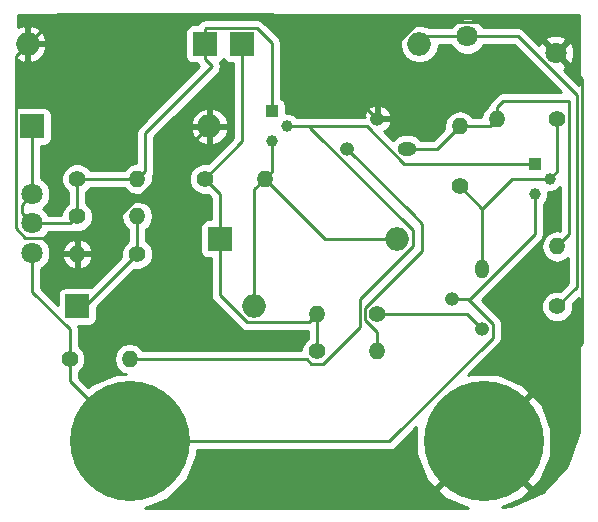
<source format=gbr>
G04 #@! TF.FileFunction,Copper,L1,Top,Signal*
%FSLAX46Y46*%
G04 Gerber Fmt 4.6, Leading zero omitted, Abs format (unit mm)*
G04 Created by KiCad (PCBNEW 4.0.5) date 06/07/17 16:03:37*
%MOMM*%
%LPD*%
G01*
G04 APERTURE LIST*
%ADD10C,0.100000*%
%ADD11C,1.800000*%
%ADD12R,2.000000X2.000000*%
%ADD13O,2.000000X2.000000*%
%ADD14C,10.160000*%
%ADD15C,1.000000*%
%ADD16R,1.000000X1.000000*%
%ADD17O,1.200000X1.600000*%
%ADD18O,1.200000X1.200000*%
%ADD19O,1.600000X1.200000*%
%ADD20C,1.400000*%
%ADD21O,1.400000X1.400000*%
%ADD22C,0.250000*%
%ADD23C,0.254000*%
G04 APERTURE END LIST*
D10*
D11*
X81280000Y-98345000D03*
X81280000Y-95845000D03*
X81280000Y-93345000D03*
D12*
X81280000Y-87630000D03*
D13*
X96280000Y-87630000D03*
D12*
X95885000Y-80645000D03*
D13*
X80885000Y-80645000D03*
D12*
X85090000Y-102870000D03*
D13*
X100090000Y-102870000D03*
D12*
X97155000Y-97155000D03*
D13*
X112155000Y-97155000D03*
D12*
X99060000Y-80645000D03*
D13*
X114060000Y-80645000D03*
D11*
X118110000Y-80010000D03*
X125610000Y-81410000D03*
D14*
X89535000Y-114300000D03*
X119505000Y-114300000D03*
D15*
X102870000Y-87630000D03*
X101600000Y-88900000D03*
D16*
X101600000Y-86360000D03*
D15*
X125095000Y-92075000D03*
X123825000Y-93345000D03*
D16*
X123825000Y-90805000D03*
D17*
X119380000Y-99695000D03*
D18*
X116840000Y-102235000D03*
X119380000Y-104775000D03*
D19*
X113030000Y-89535000D03*
D18*
X110490000Y-86995000D03*
X107950000Y-89535000D03*
D20*
X85090000Y-92075000D03*
D21*
X90170000Y-92075000D03*
D20*
X85090000Y-95250000D03*
D21*
X90170000Y-95250000D03*
D20*
X90170000Y-98425000D03*
D21*
X85090000Y-98425000D03*
D20*
X84455000Y-107315000D03*
D21*
X89535000Y-107315000D03*
D20*
X125730000Y-86995000D03*
D21*
X120650000Y-86995000D03*
D20*
X95885000Y-92075000D03*
D21*
X100965000Y-92075000D03*
D20*
X110490000Y-103505000D03*
D21*
X105410000Y-103505000D03*
D20*
X105410000Y-106680000D03*
D21*
X110490000Y-106680000D03*
D20*
X125730000Y-102870000D03*
D21*
X125730000Y-97790000D03*
D20*
X117475000Y-92710000D03*
D21*
X117475000Y-87630000D03*
D22*
X116840000Y-102235000D02*
X118209002Y-102235000D01*
X118209002Y-102235000D02*
X120305001Y-104330999D01*
X120305001Y-104330999D02*
X120305001Y-105500597D01*
X120305001Y-105500597D02*
X111505598Y-114300000D01*
X84455000Y-107315000D02*
X84455000Y-104820002D01*
X84455000Y-104820002D02*
X81280000Y-101645002D01*
X81280000Y-101645002D02*
X81280000Y-99617792D01*
X81280000Y-99617792D02*
X81280000Y-98345000D01*
X89535000Y-114300000D02*
X84455000Y-109220000D01*
X84455000Y-109220000D02*
X84455000Y-107315000D01*
X89535000Y-114300000D02*
X111505598Y-114300000D01*
X116840000Y-102235000D02*
X118348161Y-102235000D01*
X118348161Y-102235000D02*
X123825000Y-96758161D01*
X123825000Y-96758161D02*
X123825000Y-94052106D01*
X123825000Y-94052106D02*
X123825000Y-93345000D01*
X101600000Y-86360000D02*
X101600000Y-80599998D01*
X101600000Y-80599998D02*
X100320001Y-79319999D01*
X100320001Y-79319999D02*
X95960001Y-79319999D01*
X95960001Y-79319999D02*
X95885000Y-79395000D01*
X95885000Y-79395000D02*
X95885000Y-80645000D01*
X85090000Y-92075000D02*
X90170000Y-92075000D01*
X85090000Y-92075000D02*
X85090000Y-95250000D01*
X81280000Y-93345000D02*
X81280000Y-87630000D01*
X81280000Y-95845000D02*
X80380001Y-94945001D01*
X80380001Y-94945001D02*
X80380001Y-94244999D01*
X80380001Y-94244999D02*
X81280000Y-93345000D01*
X81280000Y-95845000D02*
X84495000Y-95845000D01*
X84495000Y-95845000D02*
X85090000Y-95250000D01*
X96520000Y-82530000D02*
X95885000Y-81895000D01*
X90170000Y-92075000D02*
X90869999Y-91375001D01*
X90869999Y-91375001D02*
X90869999Y-88180001D01*
X90869999Y-88180001D02*
X96520000Y-82530000D01*
X95885000Y-81895000D02*
X95885000Y-80645000D01*
X125610000Y-81410000D02*
X127840011Y-83640011D01*
X127840011Y-83640011D02*
X127840011Y-105964989D01*
X127840011Y-105964989D02*
X124584999Y-109220001D01*
X124584999Y-109220001D02*
X119505000Y-114300000D01*
X119505000Y-114300000D02*
X119505000Y-114175000D01*
X96280000Y-87630000D02*
X86839999Y-97070001D01*
X86839999Y-97070001D02*
X84724950Y-97070001D01*
X85090000Y-98425000D02*
X85090000Y-97435051D01*
X84724950Y-97070001D02*
X80691999Y-97070001D01*
X85090000Y-97435051D02*
X84724950Y-97070001D01*
X80691999Y-97070001D02*
X79885001Y-96263003D01*
X79885001Y-96263003D02*
X79885001Y-81644999D01*
X79885001Y-81644999D02*
X80885000Y-80645000D01*
X101600000Y-78105000D02*
X83425000Y-78105000D01*
X83425000Y-78105000D02*
X80885000Y-80645000D01*
X110490000Y-86995000D02*
X101600000Y-78105000D01*
X125610000Y-81410000D02*
X122984999Y-78784999D01*
X113958999Y-78784999D02*
X110490000Y-82253998D01*
X122984999Y-78784999D02*
X113958999Y-78784999D01*
X110490000Y-82253998D02*
X110490000Y-86146472D01*
X110490000Y-86146472D02*
X110490000Y-86995000D01*
X90170000Y-98425000D02*
X85725000Y-102870000D01*
X85725000Y-102870000D02*
X85090000Y-102870000D01*
X90170000Y-95250000D02*
X90170000Y-98425000D01*
X101600000Y-88900000D02*
X101600000Y-91440000D01*
X101600000Y-91440000D02*
X100965000Y-92075000D01*
X112155000Y-97155000D02*
X106045000Y-97155000D01*
X106045000Y-97155000D02*
X100965000Y-92075000D01*
X100090000Y-102870000D02*
X100090000Y-92950000D01*
X100090000Y-92950000D02*
X100965000Y-92075000D01*
X95885000Y-92075000D02*
X99060000Y-88900000D01*
X99060000Y-88900000D02*
X99060000Y-80645000D01*
X97155000Y-97155000D02*
X97155000Y-93345000D01*
X97155000Y-93345000D02*
X95885000Y-92075000D01*
X105410000Y-103505000D02*
X104710001Y-104204999D01*
X104710001Y-104204999D02*
X99463997Y-104204999D01*
X99463997Y-104204999D02*
X97155000Y-101896002D01*
X97155000Y-101896002D02*
X97155000Y-97155000D01*
X105410000Y-106680000D02*
X105410000Y-103505000D01*
X125730000Y-102870000D02*
X127390001Y-101209999D01*
X127390001Y-101209999D02*
X127390001Y-85003003D01*
X127390001Y-85003003D02*
X122396998Y-80010000D01*
X122396998Y-80010000D02*
X118110000Y-80010000D01*
X118110000Y-80010000D02*
X114695000Y-80010000D01*
X114695000Y-80010000D02*
X114060000Y-80645000D01*
X104775000Y-87630000D02*
X102870000Y-87630000D01*
X109616839Y-87630000D02*
X104775000Y-87630000D01*
X113480001Y-97791001D02*
X113480001Y-96434003D01*
X89535000Y-107315000D02*
X104527998Y-107315000D01*
X104527998Y-107315000D02*
X104917999Y-107705001D01*
X104917999Y-107705001D02*
X105902001Y-107705001D01*
X105902001Y-107705001D02*
X109014989Y-104592013D01*
X109014989Y-102256013D02*
X113480001Y-97791001D01*
X109014989Y-104592013D02*
X109014989Y-102256013D01*
X113480001Y-96434003D02*
X104775000Y-87729002D01*
X104775000Y-87729002D02*
X104775000Y-87630000D01*
X123825000Y-90805000D02*
X112791839Y-90805000D01*
X112791839Y-90805000D02*
X109616839Y-87630000D01*
X125095000Y-92075000D02*
X121920000Y-92075000D01*
X121920000Y-92075000D02*
X119380000Y-94615000D01*
X119380000Y-99695000D02*
X119380000Y-94615000D01*
X119380000Y-94615000D02*
X117475000Y-92710000D01*
X125730000Y-86995000D02*
X125730000Y-91440000D01*
X125730000Y-91440000D02*
X125095000Y-92075000D01*
X110490000Y-103505000D02*
X118110000Y-103505000D01*
X118110000Y-103505000D02*
X119380000Y-104775000D01*
X120650000Y-86995000D02*
X120650000Y-86005051D01*
X120650000Y-86005051D02*
X121175050Y-85480001D01*
X121175050Y-85480001D02*
X126755001Y-85480001D01*
X117475000Y-87630000D02*
X120015000Y-87630000D01*
X120015000Y-87630000D02*
X120650000Y-86995000D01*
X125730000Y-97790000D02*
X126755001Y-96764999D01*
X126755001Y-96764999D02*
X126755001Y-85480001D01*
X113030000Y-89535000D02*
X115570000Y-89535000D01*
X115570000Y-89535000D02*
X117475000Y-87630000D01*
X110490000Y-106680000D02*
X110490000Y-105022002D01*
X110490000Y-105022002D02*
X109464999Y-103997001D01*
X109464999Y-103997001D02*
X109464999Y-103012999D01*
X109464999Y-103012999D02*
X114300000Y-98177998D01*
X114300000Y-98177998D02*
X114300000Y-95885000D01*
X114300000Y-95885000D02*
X113480001Y-95065001D01*
X113480001Y-95065001D02*
X107950000Y-89535000D01*
D23*
G36*
X125995001Y-96450197D02*
X125968843Y-96476355D01*
X125730000Y-96428846D01*
X125219118Y-96530467D01*
X124786012Y-96819858D01*
X124496621Y-97252964D01*
X124395000Y-97763846D01*
X124395000Y-97816154D01*
X124496621Y-98327036D01*
X124786012Y-98760142D01*
X125219118Y-99049533D01*
X125730000Y-99151154D01*
X126240882Y-99049533D01*
X126630001Y-98789533D01*
X126630001Y-100895197D01*
X125989972Y-101535226D01*
X125465617Y-101534769D01*
X124974771Y-101737582D01*
X124598902Y-102112796D01*
X124395232Y-102603287D01*
X124394769Y-103134383D01*
X124597582Y-103625229D01*
X124972796Y-104001098D01*
X125463287Y-104204768D01*
X125994383Y-104205231D01*
X126485229Y-104002418D01*
X126861098Y-103627204D01*
X127064768Y-103136713D01*
X127065228Y-102609574D01*
X127560000Y-102114802D01*
X127560000Y-113539833D01*
X126536714Y-116351876D01*
X124526048Y-118546427D01*
X121828615Y-119804481D01*
X121036493Y-119839119D01*
X122657142Y-119200765D01*
X122826444Y-119087641D01*
X123422223Y-118396828D01*
X119505000Y-114479605D01*
X115587777Y-118396828D01*
X116183556Y-119087641D01*
X118143743Y-119940000D01*
X90850704Y-119940000D01*
X92768058Y-119147766D01*
X94377116Y-117541514D01*
X95249005Y-115441771D01*
X95249338Y-115060000D01*
X111505598Y-115060000D01*
X111796437Y-115002148D01*
X112042999Y-114837401D01*
X113810626Y-113069774D01*
X113771011Y-115336758D01*
X114604235Y-117452142D01*
X114717359Y-117621444D01*
X115408172Y-118217223D01*
X119325395Y-114300000D01*
X119684605Y-114300000D01*
X123601828Y-118217223D01*
X124292641Y-117621444D01*
X125199265Y-115536463D01*
X125238989Y-113263242D01*
X124405765Y-111147858D01*
X124292641Y-110978556D01*
X123601828Y-110382777D01*
X119684605Y-114300000D01*
X119325395Y-114300000D01*
X119311253Y-114285858D01*
X119490858Y-114106253D01*
X119505000Y-114120395D01*
X123422223Y-110203172D01*
X122826444Y-109512359D01*
X120741463Y-108605735D01*
X118468242Y-108566011D01*
X118214406Y-108665994D01*
X120842402Y-106037998D01*
X121007149Y-105791436D01*
X121065001Y-105500597D01*
X121065001Y-104330999D01*
X121023406Y-104121890D01*
X121007149Y-104040159D01*
X120842402Y-103793598D01*
X119353384Y-102304580D01*
X124362401Y-97295562D01*
X124527148Y-97049000D01*
X124585000Y-96758161D01*
X124585000Y-94190059D01*
X124786645Y-93988765D01*
X124959803Y-93571756D01*
X124960119Y-93209883D01*
X125319775Y-93210197D01*
X125737086Y-93037767D01*
X125995001Y-92780302D01*
X125995001Y-96450197D01*
X125995001Y-96450197D01*
G37*
X125995001Y-96450197D02*
X125968843Y-96476355D01*
X125730000Y-96428846D01*
X125219118Y-96530467D01*
X124786012Y-96819858D01*
X124496621Y-97252964D01*
X124395000Y-97763846D01*
X124395000Y-97816154D01*
X124496621Y-98327036D01*
X124786012Y-98760142D01*
X125219118Y-99049533D01*
X125730000Y-99151154D01*
X126240882Y-99049533D01*
X126630001Y-98789533D01*
X126630001Y-100895197D01*
X125989972Y-101535226D01*
X125465617Y-101534769D01*
X124974771Y-101737582D01*
X124598902Y-102112796D01*
X124395232Y-102603287D01*
X124394769Y-103134383D01*
X124597582Y-103625229D01*
X124972796Y-104001098D01*
X125463287Y-104204768D01*
X125994383Y-104205231D01*
X126485229Y-104002418D01*
X126861098Y-103627204D01*
X127064768Y-103136713D01*
X127065228Y-102609574D01*
X127560000Y-102114802D01*
X127560000Y-113539833D01*
X126536714Y-116351876D01*
X124526048Y-118546427D01*
X121828615Y-119804481D01*
X121036493Y-119839119D01*
X122657142Y-119200765D01*
X122826444Y-119087641D01*
X123422223Y-118396828D01*
X119505000Y-114479605D01*
X115587777Y-118396828D01*
X116183556Y-119087641D01*
X118143743Y-119940000D01*
X90850704Y-119940000D01*
X92768058Y-119147766D01*
X94377116Y-117541514D01*
X95249005Y-115441771D01*
X95249338Y-115060000D01*
X111505598Y-115060000D01*
X111796437Y-115002148D01*
X112042999Y-114837401D01*
X113810626Y-113069774D01*
X113771011Y-115336758D01*
X114604235Y-117452142D01*
X114717359Y-117621444D01*
X115408172Y-118217223D01*
X119325395Y-114300000D01*
X119684605Y-114300000D01*
X123601828Y-118217223D01*
X124292641Y-117621444D01*
X125199265Y-115536463D01*
X125238989Y-113263242D01*
X124405765Y-111147858D01*
X124292641Y-110978556D01*
X123601828Y-110382777D01*
X119684605Y-114300000D01*
X119325395Y-114300000D01*
X119311253Y-114285858D01*
X119490858Y-114106253D01*
X119505000Y-114120395D01*
X123422223Y-110203172D01*
X122826444Y-109512359D01*
X120741463Y-108605735D01*
X118468242Y-108566011D01*
X118214406Y-108665994D01*
X120842402Y-106037998D01*
X121007149Y-105791436D01*
X121065001Y-105500597D01*
X121065001Y-104330999D01*
X121023406Y-104121890D01*
X121007149Y-104040159D01*
X120842402Y-103793598D01*
X119353384Y-102304580D01*
X124362401Y-97295562D01*
X124527148Y-97049000D01*
X124585000Y-96758161D01*
X124585000Y-94190059D01*
X124786645Y-93988765D01*
X124959803Y-93571756D01*
X124960119Y-93209883D01*
X125319775Y-93210197D01*
X125737086Y-93037767D01*
X125995001Y-92780302D01*
X125995001Y-96450197D01*
G36*
X97595910Y-82096441D02*
X97808110Y-82241431D01*
X98060000Y-82292440D01*
X98300000Y-82292440D01*
X98300000Y-88585198D01*
X96144972Y-90740226D01*
X95620617Y-90739769D01*
X95129771Y-90942582D01*
X94753902Y-91317796D01*
X94550232Y-91808287D01*
X94549769Y-92339383D01*
X94752582Y-92830229D01*
X95127796Y-93206098D01*
X95618287Y-93409768D01*
X96145426Y-93410228D01*
X96395000Y-93659802D01*
X96395000Y-95507560D01*
X96155000Y-95507560D01*
X95919683Y-95551838D01*
X95703559Y-95690910D01*
X95558569Y-95903110D01*
X95507560Y-96155000D01*
X95507560Y-98155000D01*
X95551838Y-98390317D01*
X95690910Y-98606441D01*
X95903110Y-98751431D01*
X96155000Y-98802440D01*
X96395000Y-98802440D01*
X96395000Y-101896002D01*
X96452852Y-102186841D01*
X96617599Y-102433403D01*
X98926596Y-104742400D01*
X99173158Y-104907147D01*
X99463997Y-104964999D01*
X104650000Y-104964999D01*
X104650000Y-105552345D01*
X104278902Y-105922796D01*
X104075232Y-106413287D01*
X104075108Y-106555000D01*
X90628078Y-106555000D01*
X90505142Y-106371012D01*
X90072036Y-106081621D01*
X89561154Y-105980000D01*
X89508846Y-105980000D01*
X88997964Y-106081621D01*
X88564858Y-106371012D01*
X88275467Y-106804118D01*
X88173846Y-107315000D01*
X88275467Y-107825882D01*
X88564858Y-108258988D01*
X88997964Y-108548379D01*
X89180508Y-108584689D01*
X88403204Y-108584011D01*
X86301942Y-109452234D01*
X86031753Y-109721951D01*
X85215000Y-108905198D01*
X85215000Y-108442655D01*
X85586098Y-108072204D01*
X85789768Y-107581713D01*
X85790231Y-107050617D01*
X85587418Y-106559771D01*
X85215000Y-106186703D01*
X85215000Y-104820002D01*
X85157148Y-104529163D01*
X85149315Y-104517440D01*
X86090000Y-104517440D01*
X86325317Y-104473162D01*
X86541441Y-104334090D01*
X86686431Y-104121890D01*
X86737440Y-103870000D01*
X86737440Y-102932362D01*
X89910028Y-99759774D01*
X90434383Y-99760231D01*
X90925229Y-99557418D01*
X91301098Y-99182204D01*
X91504768Y-98691713D01*
X91505231Y-98160617D01*
X91302418Y-97669771D01*
X90930000Y-97296703D01*
X90930000Y-96334400D01*
X91140142Y-96193988D01*
X91429533Y-95760882D01*
X91531154Y-95250000D01*
X91429533Y-94739118D01*
X91140142Y-94306012D01*
X90707036Y-94016621D01*
X90196154Y-93915000D01*
X90143846Y-93915000D01*
X89632964Y-94016621D01*
X89199858Y-94306012D01*
X88910467Y-94739118D01*
X88808846Y-95250000D01*
X88910467Y-95760882D01*
X89199858Y-96193988D01*
X89410000Y-96334400D01*
X89410000Y-97297345D01*
X89038902Y-97667796D01*
X88835232Y-98158287D01*
X88834772Y-98685426D01*
X86262671Y-101257527D01*
X86090000Y-101222560D01*
X84090000Y-101222560D01*
X83854683Y-101266838D01*
X83638559Y-101405910D01*
X83493569Y-101618110D01*
X83442560Y-101870000D01*
X83442560Y-102732760D01*
X82040000Y-101330200D01*
X82040000Y-99691846D01*
X82148371Y-99647068D01*
X82580551Y-99215643D01*
X82770444Y-98758329D01*
X83797284Y-98758329D01*
X83940203Y-99103396D01*
X84287337Y-99491764D01*
X84756669Y-99717727D01*
X84963000Y-99595206D01*
X84963000Y-98552000D01*
X85217000Y-98552000D01*
X85217000Y-99595206D01*
X85423331Y-99717727D01*
X85892663Y-99491764D01*
X86239797Y-99103396D01*
X86382716Y-98758329D01*
X86259374Y-98552000D01*
X85217000Y-98552000D01*
X84963000Y-98552000D01*
X83920626Y-98552000D01*
X83797284Y-98758329D01*
X82770444Y-98758329D01*
X82814733Y-98651670D01*
X82815220Y-98091671D01*
X83797284Y-98091671D01*
X83920626Y-98298000D01*
X84963000Y-98298000D01*
X84963000Y-97254794D01*
X85217000Y-97254794D01*
X85217000Y-98298000D01*
X86259374Y-98298000D01*
X86382716Y-98091671D01*
X86239797Y-97746604D01*
X85892663Y-97358236D01*
X85423331Y-97132273D01*
X85217000Y-97254794D01*
X84963000Y-97254794D01*
X84756669Y-97132273D01*
X84287337Y-97358236D01*
X83940203Y-97746604D01*
X83797284Y-98091671D01*
X82815220Y-98091671D01*
X82815265Y-98041009D01*
X82582068Y-97476629D01*
X82200818Y-97094712D01*
X82580551Y-96715643D01*
X82626494Y-96605000D01*
X84495000Y-96605000D01*
X84749903Y-96554296D01*
X84823287Y-96584768D01*
X85354383Y-96585231D01*
X85845229Y-96382418D01*
X86221098Y-96007204D01*
X86424768Y-95516713D01*
X86425231Y-94985617D01*
X86222418Y-94494771D01*
X85850000Y-94121703D01*
X85850000Y-93202655D01*
X86218297Y-92835000D01*
X89076922Y-92835000D01*
X89199858Y-93018988D01*
X89632964Y-93308379D01*
X90143846Y-93410000D01*
X90196154Y-93410000D01*
X90707036Y-93308379D01*
X91140142Y-93018988D01*
X91429533Y-92585882D01*
X91531154Y-92075000D01*
X91477841Y-91806979D01*
X91572147Y-91665840D01*
X91629999Y-91375001D01*
X91629999Y-88494803D01*
X92114368Y-88010434D01*
X94689876Y-88010434D01*
X94886598Y-88485385D01*
X95320006Y-88953505D01*
X95899565Y-89220133D01*
X96153000Y-89101319D01*
X96153000Y-87757000D01*
X96407000Y-87757000D01*
X96407000Y-89101319D01*
X96660435Y-89220133D01*
X97239994Y-88953505D01*
X97673402Y-88485385D01*
X97870124Y-88010434D01*
X97750777Y-87757000D01*
X96407000Y-87757000D01*
X96153000Y-87757000D01*
X94809223Y-87757000D01*
X94689876Y-88010434D01*
X92114368Y-88010434D01*
X92875236Y-87249566D01*
X94689876Y-87249566D01*
X94809223Y-87503000D01*
X96153000Y-87503000D01*
X96153000Y-86158681D01*
X96407000Y-86158681D01*
X96407000Y-87503000D01*
X97750777Y-87503000D01*
X97870124Y-87249566D01*
X97673402Y-86774615D01*
X97239994Y-86306495D01*
X96660435Y-86039867D01*
X96407000Y-86158681D01*
X96153000Y-86158681D01*
X95899565Y-86039867D01*
X95320006Y-86306495D01*
X94886598Y-86774615D01*
X94689876Y-87249566D01*
X92875236Y-87249566D01*
X97057401Y-83067401D01*
X97148649Y-82930839D01*
X97222148Y-82820840D01*
X97280000Y-82530000D01*
X97222148Y-82239161D01*
X97195735Y-82199632D01*
X97336441Y-82109090D01*
X97474258Y-81907388D01*
X97595910Y-82096441D01*
X97595910Y-82096441D01*
G37*
X97595910Y-82096441D02*
X97808110Y-82241431D01*
X98060000Y-82292440D01*
X98300000Y-82292440D01*
X98300000Y-88585198D01*
X96144972Y-90740226D01*
X95620617Y-90739769D01*
X95129771Y-90942582D01*
X94753902Y-91317796D01*
X94550232Y-91808287D01*
X94549769Y-92339383D01*
X94752582Y-92830229D01*
X95127796Y-93206098D01*
X95618287Y-93409768D01*
X96145426Y-93410228D01*
X96395000Y-93659802D01*
X96395000Y-95507560D01*
X96155000Y-95507560D01*
X95919683Y-95551838D01*
X95703559Y-95690910D01*
X95558569Y-95903110D01*
X95507560Y-96155000D01*
X95507560Y-98155000D01*
X95551838Y-98390317D01*
X95690910Y-98606441D01*
X95903110Y-98751431D01*
X96155000Y-98802440D01*
X96395000Y-98802440D01*
X96395000Y-101896002D01*
X96452852Y-102186841D01*
X96617599Y-102433403D01*
X98926596Y-104742400D01*
X99173158Y-104907147D01*
X99463997Y-104964999D01*
X104650000Y-104964999D01*
X104650000Y-105552345D01*
X104278902Y-105922796D01*
X104075232Y-106413287D01*
X104075108Y-106555000D01*
X90628078Y-106555000D01*
X90505142Y-106371012D01*
X90072036Y-106081621D01*
X89561154Y-105980000D01*
X89508846Y-105980000D01*
X88997964Y-106081621D01*
X88564858Y-106371012D01*
X88275467Y-106804118D01*
X88173846Y-107315000D01*
X88275467Y-107825882D01*
X88564858Y-108258988D01*
X88997964Y-108548379D01*
X89180508Y-108584689D01*
X88403204Y-108584011D01*
X86301942Y-109452234D01*
X86031753Y-109721951D01*
X85215000Y-108905198D01*
X85215000Y-108442655D01*
X85586098Y-108072204D01*
X85789768Y-107581713D01*
X85790231Y-107050617D01*
X85587418Y-106559771D01*
X85215000Y-106186703D01*
X85215000Y-104820002D01*
X85157148Y-104529163D01*
X85149315Y-104517440D01*
X86090000Y-104517440D01*
X86325317Y-104473162D01*
X86541441Y-104334090D01*
X86686431Y-104121890D01*
X86737440Y-103870000D01*
X86737440Y-102932362D01*
X89910028Y-99759774D01*
X90434383Y-99760231D01*
X90925229Y-99557418D01*
X91301098Y-99182204D01*
X91504768Y-98691713D01*
X91505231Y-98160617D01*
X91302418Y-97669771D01*
X90930000Y-97296703D01*
X90930000Y-96334400D01*
X91140142Y-96193988D01*
X91429533Y-95760882D01*
X91531154Y-95250000D01*
X91429533Y-94739118D01*
X91140142Y-94306012D01*
X90707036Y-94016621D01*
X90196154Y-93915000D01*
X90143846Y-93915000D01*
X89632964Y-94016621D01*
X89199858Y-94306012D01*
X88910467Y-94739118D01*
X88808846Y-95250000D01*
X88910467Y-95760882D01*
X89199858Y-96193988D01*
X89410000Y-96334400D01*
X89410000Y-97297345D01*
X89038902Y-97667796D01*
X88835232Y-98158287D01*
X88834772Y-98685426D01*
X86262671Y-101257527D01*
X86090000Y-101222560D01*
X84090000Y-101222560D01*
X83854683Y-101266838D01*
X83638559Y-101405910D01*
X83493569Y-101618110D01*
X83442560Y-101870000D01*
X83442560Y-102732760D01*
X82040000Y-101330200D01*
X82040000Y-99691846D01*
X82148371Y-99647068D01*
X82580551Y-99215643D01*
X82770444Y-98758329D01*
X83797284Y-98758329D01*
X83940203Y-99103396D01*
X84287337Y-99491764D01*
X84756669Y-99717727D01*
X84963000Y-99595206D01*
X84963000Y-98552000D01*
X85217000Y-98552000D01*
X85217000Y-99595206D01*
X85423331Y-99717727D01*
X85892663Y-99491764D01*
X86239797Y-99103396D01*
X86382716Y-98758329D01*
X86259374Y-98552000D01*
X85217000Y-98552000D01*
X84963000Y-98552000D01*
X83920626Y-98552000D01*
X83797284Y-98758329D01*
X82770444Y-98758329D01*
X82814733Y-98651670D01*
X82815220Y-98091671D01*
X83797284Y-98091671D01*
X83920626Y-98298000D01*
X84963000Y-98298000D01*
X84963000Y-97254794D01*
X85217000Y-97254794D01*
X85217000Y-98298000D01*
X86259374Y-98298000D01*
X86382716Y-98091671D01*
X86239797Y-97746604D01*
X85892663Y-97358236D01*
X85423331Y-97132273D01*
X85217000Y-97254794D01*
X84963000Y-97254794D01*
X84756669Y-97132273D01*
X84287337Y-97358236D01*
X83940203Y-97746604D01*
X83797284Y-98091671D01*
X82815220Y-98091671D01*
X82815265Y-98041009D01*
X82582068Y-97476629D01*
X82200818Y-97094712D01*
X82580551Y-96715643D01*
X82626494Y-96605000D01*
X84495000Y-96605000D01*
X84749903Y-96554296D01*
X84823287Y-96584768D01*
X85354383Y-96585231D01*
X85845229Y-96382418D01*
X86221098Y-96007204D01*
X86424768Y-95516713D01*
X86425231Y-94985617D01*
X86222418Y-94494771D01*
X85850000Y-94121703D01*
X85850000Y-93202655D01*
X86218297Y-92835000D01*
X89076922Y-92835000D01*
X89199858Y-93018988D01*
X89632964Y-93308379D01*
X90143846Y-93410000D01*
X90196154Y-93410000D01*
X90707036Y-93308379D01*
X91140142Y-93018988D01*
X91429533Y-92585882D01*
X91531154Y-92075000D01*
X91477841Y-91806979D01*
X91572147Y-91665840D01*
X91629999Y-91375001D01*
X91629999Y-88494803D01*
X92114368Y-88010434D01*
X94689876Y-88010434D01*
X94886598Y-88485385D01*
X95320006Y-88953505D01*
X95899565Y-89220133D01*
X96153000Y-89101319D01*
X96153000Y-87757000D01*
X96407000Y-87757000D01*
X96407000Y-89101319D01*
X96660435Y-89220133D01*
X97239994Y-88953505D01*
X97673402Y-88485385D01*
X97870124Y-88010434D01*
X97750777Y-87757000D01*
X96407000Y-87757000D01*
X96153000Y-87757000D01*
X94809223Y-87757000D01*
X94689876Y-88010434D01*
X92114368Y-88010434D01*
X92875236Y-87249566D01*
X94689876Y-87249566D01*
X94809223Y-87503000D01*
X96153000Y-87503000D01*
X96153000Y-86158681D01*
X96407000Y-86158681D01*
X96407000Y-87503000D01*
X97750777Y-87503000D01*
X97870124Y-87249566D01*
X97673402Y-86774615D01*
X97239994Y-86306495D01*
X96660435Y-86039867D01*
X96407000Y-86158681D01*
X96153000Y-86158681D01*
X95899565Y-86039867D01*
X95320006Y-86306495D01*
X94886598Y-86774615D01*
X94689876Y-87249566D01*
X92875236Y-87249566D01*
X97057401Y-83067401D01*
X97148649Y-82930839D01*
X97222148Y-82820840D01*
X97280000Y-82530000D01*
X97222148Y-82239161D01*
X97195735Y-82199632D01*
X97336441Y-82109090D01*
X97474258Y-81907388D01*
X97595910Y-82096441D01*
G36*
X127560000Y-84098200D02*
X126271622Y-82809822D01*
X126424148Y-82746643D01*
X126510554Y-82490159D01*
X125610000Y-81589605D01*
X125595858Y-81603748D01*
X125416253Y-81424143D01*
X125430395Y-81410000D01*
X125789605Y-81410000D01*
X126690159Y-82310554D01*
X126946643Y-82224148D01*
X127156458Y-81650664D01*
X127130839Y-81040540D01*
X126946643Y-80595852D01*
X126690159Y-80509446D01*
X125789605Y-81410000D01*
X125430395Y-81410000D01*
X124529841Y-80509446D01*
X124273357Y-80595852D01*
X124215578Y-80753778D01*
X123791641Y-80329841D01*
X124709446Y-80329841D01*
X125610000Y-81230395D01*
X126510554Y-80329841D01*
X126424148Y-80073357D01*
X125850664Y-79863542D01*
X125240540Y-79889161D01*
X124795852Y-80073357D01*
X124709446Y-80329841D01*
X123791641Y-80329841D01*
X122934399Y-79472599D01*
X122687837Y-79307852D01*
X122396998Y-79250000D01*
X119456846Y-79250000D01*
X119412068Y-79141629D01*
X118980643Y-78709449D01*
X118416670Y-78475267D01*
X117806009Y-78474735D01*
X117241629Y-78707932D01*
X116809449Y-79139357D01*
X116763506Y-79250000D01*
X114890642Y-79250000D01*
X114717719Y-79134457D01*
X114092032Y-79010000D01*
X114027968Y-79010000D01*
X113402281Y-79134457D01*
X112871848Y-79488880D01*
X112517425Y-80019313D01*
X112392968Y-80645000D01*
X112517425Y-81270687D01*
X112871848Y-81801120D01*
X113402281Y-82155543D01*
X114027968Y-82280000D01*
X114092032Y-82280000D01*
X114717719Y-82155543D01*
X115248152Y-81801120D01*
X115602575Y-81270687D01*
X115702168Y-80770000D01*
X116763154Y-80770000D01*
X116807932Y-80878371D01*
X117239357Y-81310551D01*
X117803330Y-81544733D01*
X118413991Y-81545265D01*
X118978371Y-81312068D01*
X119410551Y-80880643D01*
X119456494Y-80770000D01*
X122082196Y-80770000D01*
X126032197Y-84720001D01*
X121175050Y-84720001D01*
X120884211Y-84777853D01*
X120637649Y-84942600D01*
X120112599Y-85467650D01*
X119947852Y-85714212D01*
X119911667Y-85896123D01*
X119679858Y-86051012D01*
X119390467Y-86484118D01*
X119313710Y-86870000D01*
X118559400Y-86870000D01*
X118418988Y-86659858D01*
X117985882Y-86370467D01*
X117475000Y-86268846D01*
X116964118Y-86370467D01*
X116531012Y-86659858D01*
X116241621Y-87092964D01*
X116140000Y-87603846D01*
X116140000Y-87656154D01*
X116178830Y-87851368D01*
X115255198Y-88775000D01*
X114207079Y-88775000D01*
X114131390Y-88661723D01*
X113730727Y-88394009D01*
X113258113Y-88300000D01*
X112801887Y-88300000D01*
X112329273Y-88394009D01*
X111928610Y-88661723D01*
X111846400Y-88784759D01*
X111104387Y-88042746D01*
X111240156Y-87976080D01*
X111558497Y-87614327D01*
X111683462Y-87312609D01*
X111558731Y-87122000D01*
X110617000Y-87122000D01*
X110617000Y-87142000D01*
X110363000Y-87142000D01*
X110363000Y-87122000D01*
X110343000Y-87122000D01*
X110343000Y-86868000D01*
X110363000Y-86868000D01*
X110363000Y-85925286D01*
X110617000Y-85925286D01*
X110617000Y-86868000D01*
X111558731Y-86868000D01*
X111683462Y-86677391D01*
X111558497Y-86375673D01*
X111240156Y-86013920D01*
X110807611Y-85801528D01*
X110617000Y-85925286D01*
X110363000Y-85925286D01*
X110172389Y-85801528D01*
X109739844Y-86013920D01*
X109421503Y-86375673D01*
X109296538Y-86677391D01*
X109421268Y-86867998D01*
X109255000Y-86867998D01*
X109255000Y-86870000D01*
X103715059Y-86870000D01*
X103513765Y-86668355D01*
X103096756Y-86495197D01*
X102747440Y-86494892D01*
X102747440Y-85860000D01*
X102703162Y-85624683D01*
X102564090Y-85408559D01*
X102360000Y-85269110D01*
X102360000Y-80599998D01*
X102302148Y-80309159D01*
X102137401Y-80062597D01*
X100857402Y-78782598D01*
X100610840Y-78617851D01*
X100320001Y-78559999D01*
X95960001Y-78559999D01*
X95723482Y-78607046D01*
X95669161Y-78617851D01*
X95422600Y-78782598D01*
X95347599Y-78857599D01*
X95254080Y-78997560D01*
X94885000Y-78997560D01*
X94649683Y-79041838D01*
X94433559Y-79180910D01*
X94288569Y-79393110D01*
X94237560Y-79645000D01*
X94237560Y-81645000D01*
X94281838Y-81880317D01*
X94420910Y-82096441D01*
X94633110Y-82241431D01*
X94885000Y-82292440D01*
X95254080Y-82292440D01*
X95347599Y-82432401D01*
X95445198Y-82530000D01*
X90332598Y-87642600D01*
X90167851Y-87889162D01*
X90109999Y-88180001D01*
X90109999Y-90746733D01*
X89632964Y-90841621D01*
X89199858Y-91131012D01*
X89076922Y-91315000D01*
X86217655Y-91315000D01*
X85847204Y-90943902D01*
X85356713Y-90740232D01*
X84825617Y-90739769D01*
X84334771Y-90942582D01*
X83958902Y-91317796D01*
X83755232Y-91808287D01*
X83754769Y-92339383D01*
X83957582Y-92830229D01*
X84330000Y-93203297D01*
X84330000Y-94122345D01*
X83958902Y-94492796D01*
X83755232Y-94983287D01*
X83755143Y-95085000D01*
X82626846Y-95085000D01*
X82582068Y-94976629D01*
X82200818Y-94594712D01*
X82580551Y-94215643D01*
X82814733Y-93651670D01*
X82815265Y-93041009D01*
X82582068Y-92476629D01*
X82150643Y-92044449D01*
X82040000Y-91998506D01*
X82040000Y-89277440D01*
X82280000Y-89277440D01*
X82515317Y-89233162D01*
X82731441Y-89094090D01*
X82876431Y-88881890D01*
X82927440Y-88630000D01*
X82927440Y-86630000D01*
X82883162Y-86394683D01*
X82744090Y-86178559D01*
X82531890Y-86033569D01*
X82280000Y-85982560D01*
X80280000Y-85982560D01*
X80085000Y-86019252D01*
X80085000Y-82042111D01*
X80504565Y-82235133D01*
X80758000Y-82116319D01*
X80758000Y-80772000D01*
X81012000Y-80772000D01*
X81012000Y-82116319D01*
X81265435Y-82235133D01*
X81844994Y-81968505D01*
X82278402Y-81500385D01*
X82475124Y-81025434D01*
X82355777Y-80772000D01*
X81012000Y-80772000D01*
X80758000Y-80772000D01*
X80738000Y-80772000D01*
X80738000Y-80518000D01*
X80758000Y-80518000D01*
X80758000Y-79173681D01*
X81012000Y-79173681D01*
X81012000Y-80518000D01*
X82355777Y-80518000D01*
X82475124Y-80264566D01*
X82278402Y-79789615D01*
X81844994Y-79321495D01*
X81265435Y-79054867D01*
X81012000Y-79173681D01*
X80758000Y-79173681D01*
X80504565Y-79054867D01*
X80085000Y-79247889D01*
X80085000Y-78180000D01*
X127560000Y-78180000D01*
X127560000Y-84098200D01*
X127560000Y-84098200D01*
G37*
X127560000Y-84098200D02*
X126271622Y-82809822D01*
X126424148Y-82746643D01*
X126510554Y-82490159D01*
X125610000Y-81589605D01*
X125595858Y-81603748D01*
X125416253Y-81424143D01*
X125430395Y-81410000D01*
X125789605Y-81410000D01*
X126690159Y-82310554D01*
X126946643Y-82224148D01*
X127156458Y-81650664D01*
X127130839Y-81040540D01*
X126946643Y-80595852D01*
X126690159Y-80509446D01*
X125789605Y-81410000D01*
X125430395Y-81410000D01*
X124529841Y-80509446D01*
X124273357Y-80595852D01*
X124215578Y-80753778D01*
X123791641Y-80329841D01*
X124709446Y-80329841D01*
X125610000Y-81230395D01*
X126510554Y-80329841D01*
X126424148Y-80073357D01*
X125850664Y-79863542D01*
X125240540Y-79889161D01*
X124795852Y-80073357D01*
X124709446Y-80329841D01*
X123791641Y-80329841D01*
X122934399Y-79472599D01*
X122687837Y-79307852D01*
X122396998Y-79250000D01*
X119456846Y-79250000D01*
X119412068Y-79141629D01*
X118980643Y-78709449D01*
X118416670Y-78475267D01*
X117806009Y-78474735D01*
X117241629Y-78707932D01*
X116809449Y-79139357D01*
X116763506Y-79250000D01*
X114890642Y-79250000D01*
X114717719Y-79134457D01*
X114092032Y-79010000D01*
X114027968Y-79010000D01*
X113402281Y-79134457D01*
X112871848Y-79488880D01*
X112517425Y-80019313D01*
X112392968Y-80645000D01*
X112517425Y-81270687D01*
X112871848Y-81801120D01*
X113402281Y-82155543D01*
X114027968Y-82280000D01*
X114092032Y-82280000D01*
X114717719Y-82155543D01*
X115248152Y-81801120D01*
X115602575Y-81270687D01*
X115702168Y-80770000D01*
X116763154Y-80770000D01*
X116807932Y-80878371D01*
X117239357Y-81310551D01*
X117803330Y-81544733D01*
X118413991Y-81545265D01*
X118978371Y-81312068D01*
X119410551Y-80880643D01*
X119456494Y-80770000D01*
X122082196Y-80770000D01*
X126032197Y-84720001D01*
X121175050Y-84720001D01*
X120884211Y-84777853D01*
X120637649Y-84942600D01*
X120112599Y-85467650D01*
X119947852Y-85714212D01*
X119911667Y-85896123D01*
X119679858Y-86051012D01*
X119390467Y-86484118D01*
X119313710Y-86870000D01*
X118559400Y-86870000D01*
X118418988Y-86659858D01*
X117985882Y-86370467D01*
X117475000Y-86268846D01*
X116964118Y-86370467D01*
X116531012Y-86659858D01*
X116241621Y-87092964D01*
X116140000Y-87603846D01*
X116140000Y-87656154D01*
X116178830Y-87851368D01*
X115255198Y-88775000D01*
X114207079Y-88775000D01*
X114131390Y-88661723D01*
X113730727Y-88394009D01*
X113258113Y-88300000D01*
X112801887Y-88300000D01*
X112329273Y-88394009D01*
X111928610Y-88661723D01*
X111846400Y-88784759D01*
X111104387Y-88042746D01*
X111240156Y-87976080D01*
X111558497Y-87614327D01*
X111683462Y-87312609D01*
X111558731Y-87122000D01*
X110617000Y-87122000D01*
X110617000Y-87142000D01*
X110363000Y-87142000D01*
X110363000Y-87122000D01*
X110343000Y-87122000D01*
X110343000Y-86868000D01*
X110363000Y-86868000D01*
X110363000Y-85925286D01*
X110617000Y-85925286D01*
X110617000Y-86868000D01*
X111558731Y-86868000D01*
X111683462Y-86677391D01*
X111558497Y-86375673D01*
X111240156Y-86013920D01*
X110807611Y-85801528D01*
X110617000Y-85925286D01*
X110363000Y-85925286D01*
X110172389Y-85801528D01*
X109739844Y-86013920D01*
X109421503Y-86375673D01*
X109296538Y-86677391D01*
X109421268Y-86867998D01*
X109255000Y-86867998D01*
X109255000Y-86870000D01*
X103715059Y-86870000D01*
X103513765Y-86668355D01*
X103096756Y-86495197D01*
X102747440Y-86494892D01*
X102747440Y-85860000D01*
X102703162Y-85624683D01*
X102564090Y-85408559D01*
X102360000Y-85269110D01*
X102360000Y-80599998D01*
X102302148Y-80309159D01*
X102137401Y-80062597D01*
X100857402Y-78782598D01*
X100610840Y-78617851D01*
X100320001Y-78559999D01*
X95960001Y-78559999D01*
X95723482Y-78607046D01*
X95669161Y-78617851D01*
X95422600Y-78782598D01*
X95347599Y-78857599D01*
X95254080Y-78997560D01*
X94885000Y-78997560D01*
X94649683Y-79041838D01*
X94433559Y-79180910D01*
X94288569Y-79393110D01*
X94237560Y-79645000D01*
X94237560Y-81645000D01*
X94281838Y-81880317D01*
X94420910Y-82096441D01*
X94633110Y-82241431D01*
X94885000Y-82292440D01*
X95254080Y-82292440D01*
X95347599Y-82432401D01*
X95445198Y-82530000D01*
X90332598Y-87642600D01*
X90167851Y-87889162D01*
X90109999Y-88180001D01*
X90109999Y-90746733D01*
X89632964Y-90841621D01*
X89199858Y-91131012D01*
X89076922Y-91315000D01*
X86217655Y-91315000D01*
X85847204Y-90943902D01*
X85356713Y-90740232D01*
X84825617Y-90739769D01*
X84334771Y-90942582D01*
X83958902Y-91317796D01*
X83755232Y-91808287D01*
X83754769Y-92339383D01*
X83957582Y-92830229D01*
X84330000Y-93203297D01*
X84330000Y-94122345D01*
X83958902Y-94492796D01*
X83755232Y-94983287D01*
X83755143Y-95085000D01*
X82626846Y-95085000D01*
X82582068Y-94976629D01*
X82200818Y-94594712D01*
X82580551Y-94215643D01*
X82814733Y-93651670D01*
X82815265Y-93041009D01*
X82582068Y-92476629D01*
X82150643Y-92044449D01*
X82040000Y-91998506D01*
X82040000Y-89277440D01*
X82280000Y-89277440D01*
X82515317Y-89233162D01*
X82731441Y-89094090D01*
X82876431Y-88881890D01*
X82927440Y-88630000D01*
X82927440Y-86630000D01*
X82883162Y-86394683D01*
X82744090Y-86178559D01*
X82531890Y-86033569D01*
X82280000Y-85982560D01*
X80280000Y-85982560D01*
X80085000Y-86019252D01*
X80085000Y-82042111D01*
X80504565Y-82235133D01*
X80758000Y-82116319D01*
X80758000Y-80772000D01*
X81012000Y-80772000D01*
X81012000Y-82116319D01*
X81265435Y-82235133D01*
X81844994Y-81968505D01*
X82278402Y-81500385D01*
X82475124Y-81025434D01*
X82355777Y-80772000D01*
X81012000Y-80772000D01*
X80758000Y-80772000D01*
X80738000Y-80772000D01*
X80738000Y-80518000D01*
X80758000Y-80518000D01*
X80758000Y-79173681D01*
X81012000Y-79173681D01*
X81012000Y-80518000D01*
X82355777Y-80518000D01*
X82475124Y-80264566D01*
X82278402Y-79789615D01*
X81844994Y-79321495D01*
X81265435Y-79054867D01*
X81012000Y-79173681D01*
X80758000Y-79173681D01*
X80504565Y-79054867D01*
X80085000Y-79247889D01*
X80085000Y-78180000D01*
X127560000Y-78180000D01*
X127560000Y-84098200D01*
M02*

</source>
